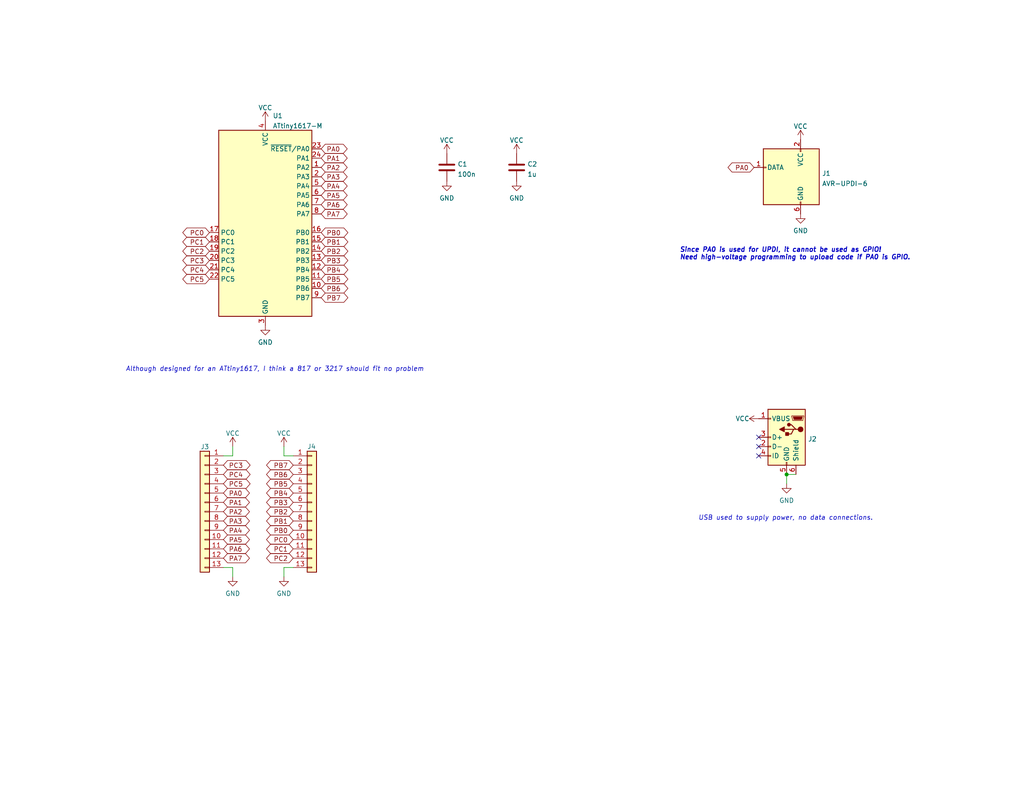
<source format=kicad_sch>
(kicad_sch (version 20230121) (generator eeschema)
  (paper "USLetter")
  (title_block (title "ATtiny1617 Breakout Board") (date "2022-03-16") (rev "2") (company "Savo Bajic") (comment 1 "Has USB for power supply") (comment 2 "Programmed using standard UPDI socket"))
  (lib_symbols
    (symbol "Connector:AVR-UPDI-6" (pin_names (offset 1.016))
      (property "Reference" "J" (at -6.35 8.89 0))
      (property "Value" "AVR-UPDI-6" (at 0 8.89 0))
      (symbol "AVR-UPDI-6_0_1"
        (rectangle (start -2.667 -6.858) (end -2.413 -7.62))
        (rectangle (start -2.667 7.62) (end -2.413 6.858))
        (rectangle (start 7.62 2.667) (end 6.858 2.413))
        (rectangle (start 7.62 7.62) (end -7.62 -7.62) (stroke (width 0.254)) (fill (type background)))
      )
      (symbol "AVR-UPDI-6_1_1"
        (pin passive line (at 10.16 2.54 180) (length 2.54) (name "DATA") (number "1"))
        (pin passive line (at -2.54 10.16 270) (length 2.54) (name "VCC") (number "2"))
        (pin no_connect line (at 7.62 0 180) (length 2.54) hide (name "NC") (number "3"))
        (pin no_connect line (at 7.62 -2.54 180) (length 2.54) hide (name "NC") (number "4"))
        (pin no_connect line (at 7.62 -5.08 180) (length 2.54) hide (name "NC") (number "5"))
        (pin passive line (at -2.54 -10.16 90) (length 2.54) (name "GND") (number "6"))
      )
    )
    (symbol "Connector_Generic:Conn_01x13" (pin_names (offset 1.016) hide)
      (property "Reference" "J" (at 0 17.78 0))
      (property "Value" "Conn_01x13" (at 0 -17.78 0))
      (symbol "Conn_01x13_1_1"
        (rectangle (start -1.27 -15.113) (end 0 -15.367) (stroke (width 0.1524)))
        (rectangle (start -1.27 -12.573) (end 0 -12.827) (stroke (width 0.1524)))
        (rectangle (start -1.27 -10.033) (end 0 -10.287) (stroke (width 0.1524)))
        (rectangle (start -1.27 -7.493) (end 0 -7.747) (stroke (width 0.1524)))
        (rectangle (start -1.27 -4.953) (end 0 -5.207) (stroke (width 0.1524)))
        (rectangle (start -1.27 -2.413) (end 0 -2.667) (stroke (width 0.1524)))
        (rectangle (start -1.27 0.127) (end 0 -0.127) (stroke (width 0.1524)))
        (rectangle (start -1.27 2.667) (end 0 2.413) (stroke (width 0.1524)))
        (rectangle (start -1.27 5.207) (end 0 4.953) (stroke (width 0.1524)))
        (rectangle (start -1.27 7.747) (end 0 7.493) (stroke (width 0.1524)))
        (rectangle (start -1.27 10.287) (end 0 10.033) (stroke (width 0.1524)))
        (rectangle (start -1.27 12.827) (end 0 12.573) (stroke (width 0.1524)))
        (rectangle (start -1.27 15.367) (end 0 15.113) (stroke (width 0.1524)))
        (rectangle (start -1.27 16.51) (end 1.27 -16.51) (stroke (width 0.254)) (fill (type background)))
        (pin passive line (at -5.08 15.24 0) (length 3.81) (name "Pin_1") (number "1"))
        (pin passive line (at -5.08 -7.62 0) (length 3.81) (name "Pin_10") (number "10"))
        (pin passive line (at -5.08 -10.16 0) (length 3.81) (name "Pin_11") (number "11"))
        (pin passive line (at -5.08 -12.7 0) (length 3.81) (name "Pin_12") (number "12"))
        (pin passive line (at -5.08 -15.24 0) (length 3.81) (name "Pin_13") (number "13"))
        (pin passive line (at -5.08 12.7 0) (length 3.81) (name "Pin_2") (number "2"))
        (pin passive line (at -5.08 10.16 0) (length 3.81) (name "Pin_3") (number "3"))
        (pin passive line (at -5.08 7.62 0) (length 3.81) (name "Pin_4") (number "4"))
        (pin passive line (at -5.08 5.08 0) (length 3.81) (name "Pin_5") (number "5"))
        (pin passive line (at -5.08 2.54 0) (length 3.81) (name "Pin_6") (number "6"))
        (pin passive line (at -5.08 0 0) (length 3.81) (name "Pin_7") (number "7"))
        (pin passive line (at -5.08 -2.54 0) (length 3.81) (name "Pin_8") (number "8"))
        (pin passive line (at -5.08 -5.08 0) (length 3.81) (name "Pin_9") (number "9"))
      )
    )
    (symbol "Device:C" (pin_numbers hide) (pin_names (offset 0.254))
      (property "Reference" "C" (at 0.635 2.54 0))
      (property "Value" "C" (at 0.635 -2.54 0))
      (symbol "C_0_1"
        (polyline (pts (xy -2.032 -0.762) (xy 2.032 -0.762)) (stroke (width 0.508)))
        (polyline (pts (xy -2.032 0.762) (xy 2.032 0.762)) (stroke (width 0.508)))
      )
      (symbol "C_1_1"
        (pin passive line (at 0 3.81 270) (length 2.794) (name "~") (number "1"))
        (pin passive line (at 0 -3.81 90) (length 2.794) (name "~") (number "2"))
      )
    )
    (symbol "MCU_Microchip_ATtiny:ATtiny1617-M"
      (property "Reference" "U" (at -12.7 26.67 0))
      (property "Value" "ATtiny1617-M" (at 2.54 -26.67 0))
      (symbol "ATtiny1617-M_0_1"
        (rectangle (start -12.7 -25.4) (end 12.7 25.4) (stroke (width 0.254)) (fill (type background)))
      )
      (symbol "ATtiny1617-M_1_1"
        (pin bidirectional line (at 15.24 15.24 180) (length 2.54) (name "PA2") (number "1"))
        (pin bidirectional line (at 15.24 -17.78 180) (length 2.54) (name "PB6") (number "10"))
        (pin bidirectional line (at 15.24 -15.24 180) (length 2.54) (name "PB5") (number "11"))
        (pin bidirectional line (at 15.24 -12.7 180) (length 2.54) (name "PB4") (number "12"))
        (pin bidirectional line (at 15.24 -10.16 180) (length 2.54) (name "PB3") (number "13"))
        (pin bidirectional line (at 15.24 -7.62 180) (length 2.54) (name "PB2") (number "14"))
        (pin bidirectional line (at 15.24 -5.08 180) (length 2.54) (name "PB1") (number "15"))
        (pin bidirectional line (at 15.24 -2.54 180) (length 2.54) (name "PB0") (number "16"))
        (pin bidirectional line (at -15.24 -2.54 0) (length 2.54) (name "PC0") (number "17"))
        (pin bidirectional line (at -15.24 -5.08 0) (length 2.54) (name "PC1") (number "18"))
        (pin bidirectional line (at -15.24 -7.62 0) (length 2.54) (name "PC2") (number "19"))
        (pin bidirectional line (at 15.24 12.7 180) (length 2.54) (name "PA3") (number "2"))
        (pin bidirectional line (at -15.24 -10.16 0) (length 2.54) (name "PC3") (number "20"))
        (pin bidirectional line (at -15.24 -12.7 0) (length 2.54) (name "PC4") (number "21"))
        (pin bidirectional line (at -15.24 -15.24 0) (length 2.54) (name "PC5") (number "22"))
        (pin bidirectional line (at 15.24 20.32 180) (length 2.54) (name "~{RESET}/PA0") (number "23"))
        (pin bidirectional line (at 15.24 17.78 180) (length 2.54) (name "PA1") (number "24"))
        (pin passive line (at 0 -27.94 90) (length 2.54) hide (name "GND") (number "25"))
        (pin power_in line (at 0 -27.94 90) (length 2.54) (name "GND") (number "3"))
        (pin power_in line (at 0 27.94 270) (length 2.54) (name "VCC") (number "4"))
        (pin bidirectional line (at 15.24 10.16 180) (length 2.54) (name "PA4") (number "5"))
        (pin bidirectional line (at 15.24 7.62 180) (length 2.54) (name "PA5") (number "6"))
        (pin bidirectional line (at 15.24 5.08 180) (length 2.54) (name "PA6") (number "7"))
        (pin bidirectional line (at 15.24 2.54 180) (length 2.54) (name "PA7") (number "8"))
        (pin bidirectional line (at 15.24 -20.32 180) (length 2.54) (name "PB7") (number "9"))
      )
    )
    (symbol "power:GND" (power) (pin_names (offset 0))
      (property "Value" "GND" (at 0 -3.81 0))
      (symbol "GND_0_1"
        (polyline (pts (xy 0 0) (xy 0 -1.27) (xy 1.27 -1.27) (xy 0 -2.54) (xy -1.27 -1.27) (xy 0 -1.27)))
      )
      (symbol "GND_1_1"
        (pin power_in line (at 0 0 270) (length 0) hide (name "GND") (number "1"))
      )
    )
    (symbol "power:VCC" (power) (pin_names (offset 0))
      (property "Value" "VCC" (at 0 3.81 0))
      (symbol "VCC_0_1"
        (polyline (pts (xy -0.762 1.27) (xy 0 2.54)))
        (polyline (pts (xy 0 0) (xy 0 2.54)))
        (polyline (pts (xy 0 2.54) (xy 0.762 1.27)))
      )
      (symbol "VCC_1_1"
        (pin power_in line (at 0 0 90) (length 0) hide (name "VCC") (number "1"))
      )
    )
    (symbol "titan_redux-rescue:USB_B_Mini-Connector" (pin_names (offset 1.016))
      (property "Reference" "J" (at -5.08 11.43 0))
      (property "Value" "USB_B_Mini-Connector" (at -5.08 8.89 0))
      (symbol "USB_B_Mini-Connector_0_1"
        (rectangle (start -5.08 -7.62) (end 5.08 7.62) (stroke (width 0.254)) (fill (type background)))
        (circle (center -3.81 2.159) (radius 0.635) (stroke (width 0.254)) (fill (type outline)))
        (circle (center -0.635 3.429) (radius 0.381) (stroke (width 0.254)) (fill (type outline)))
        (rectangle (start -0.127 -7.62) (end 0.127 -6.858))
        (polyline (pts (xy -1.905 2.159) (xy 0.635 2.159)) (stroke (width 0.254)))
        (polyline (pts (xy -3.175 2.159) (xy -2.54 2.159) (xy -1.27 3.429) (xy -0.635 3.429)) (stroke (width 0.254)))
        (polyline (pts (xy -2.54 2.159) (xy -1.905 2.159) (xy -1.27 0.889) (xy 0 0.889)) (stroke (width 0.254)))
        (polyline (pts (xy 0.635 2.794) (xy 0.635 1.524) (xy 1.905 2.159) (xy 0.635 2.794)) (stroke (width 0.254)) (fill (type outline)))
        (polyline (pts (xy -4.318 5.588) (xy -1.778 5.588) (xy -2.032 4.826) (xy -4.064 4.826) (xy -4.318 5.588)) (fill (type outline)))
        (polyline (pts (xy -4.699 5.842) (xy -4.699 5.588) (xy -4.445 4.826) (xy -4.445 4.572) (xy -1.651 4.572) (xy -1.651 4.826) (xy -1.397 5.588) (xy -1.397 5.842) (xy -4.699 5.842)))
        (rectangle (start 0.254 1.27) (end -0.508 0.508) (stroke (width 0.254)) (fill (type outline)))
        (rectangle (start 5.08 -5.207) (end 4.318 -4.953))
        (rectangle (start 5.08 -2.667) (end 4.318 -2.413))
        (rectangle (start 5.08 -0.127) (end 4.318 0.127))
        (rectangle (start 5.08 4.953) (end 4.318 5.207))
      )
      (symbol "USB_B_Mini-Connector_1_1"
        (pin power_out line (at 7.62 5.08 180) (length 2.54) (name "VBUS") (number "1"))
        (pin passive line (at 7.62 -2.54 180) (length 2.54) (name "D-") (number "2"))
        (pin passive line (at 7.62 0 180) (length 2.54) (name "D+") (number "3"))
        (pin passive line (at 7.62 -5.08 180) (length 2.54) (name "ID") (number "4"))
        (pin power_out line (at 0 -10.16 90) (length 2.54) (name "GND") (number "5"))
        (pin passive line (at -2.54 -10.16 90) (length 2.54) (name "Shield") (number "6"))
      )
    )
  )
  (junction (at 214.63 129.54))
  (no_connect (at 207.01 121.92))
  (no_connect (at 207.01 124.46))
  (no_connect (at 207.01 119.38))
  (wire (pts (xy 214.63 129.54) (xy 214.63 132.08)))
  (wire (pts (xy 77.47 121.92) (xy 77.47 124.46)))
  (wire (pts (xy 63.5 121.92) (xy 63.5 124.46)))
  (wire (pts (xy 217.17 129.54) (xy 214.63 129.54)))
  (wire (pts (xy 63.5 154.94) (xy 63.5 157.48)))
  (wire (pts (xy 77.47 124.46) (xy 80.01 124.46)))
  (wire (pts (xy 77.47 154.94) (xy 80.01 154.94)))
  (wire (pts (xy 77.47 157.48) (xy 77.47 154.94)))
  (wire (pts (xy 63.5 124.46) (xy 60.96 124.46)))
  (wire (pts (xy 60.96 154.94) (xy 63.5 154.94)))
  (text "Since PA0 is used for UPDI, it cannot be used as GPIO!\nNeed high-voltage programming to upload code if PA0 is GPIO." (at 185.42 71.12 0) (effects (font (size 1.27 1.27) (thickness 0.254) bold italic) (justify left bottom)))
  (text "USB used to supply power, no data connections." (at 190.5 142.24 0) (effects (font (size 1.27 1.27) italic) (justify left bottom)))
  (text "Although designed for an ATtiny1617, I think a 817 or 3217 should fit no problem" (at 34.29 101.6 0) (effects (font (size 1.27 1.27) italic) (justify left bottom)))
  (global_label "PA1" (shape bidirectional) (at 87.63 43.18 0) (property "Intersheetrefs" "${INTERSHEET_REFS}" (effects hide)))
  (global_label "PB1" (shape bidirectional) (at 87.63 66.04 0) (property "Intersheetrefs" "${INTERSHEET_REFS}" (effects hide)))
  (global_label "PA7" (shape bidirectional) (at 87.63 58.42 0) (property "Intersheetrefs" "${INTERSHEET_REFS}" (effects hide)))
  (global_label "PC5" (shape bidirectional) (at 57.15 76.2 180) (property "Intersheetrefs" "${INTERSHEET_REFS}" (effects hide)))
  (global_label "PC2" (shape bidirectional) (at 80.01 152.4 180) (property "Intersheetrefs" "${INTERSHEET_REFS}" (effects hide)))
  (global_label "PA4" (shape bidirectional) (at 60.96 144.78 0) (property "Intersheetrefs" "${INTERSHEET_REFS}" (effects hide)))
  (global_label "PB3" (shape bidirectional) (at 87.63 71.12 0) (property "Intersheetrefs" "${INTERSHEET_REFS}" (effects hide)))
  (global_label "PC2" (shape bidirectional) (at 57.15 68.58 180) (property "Intersheetrefs" "${INTERSHEET_REFS}" (effects hide)))
  (global_label "PA0" (shape bidirectional) (at 60.96 134.62 0) (property "Intersheetrefs" "${INTERSHEET_REFS}" (effects hide)))
  (global_label "PC1" (shape bidirectional) (at 57.15 66.04 180) (property "Intersheetrefs" "${INTERSHEET_REFS}" (effects hide)))
  (global_label "PB7" (shape bidirectional) (at 80.01 127 180) (property "Intersheetrefs" "${INTERSHEET_REFS}" (effects hide)))
  (global_label "PB5" (shape bidirectional) (at 80.01 132.08 180) (property "Intersheetrefs" "${INTERSHEET_REFS}" (effects hide)))
  (global_label "PC3" (shape bidirectional) (at 60.96 127 0) (property "Intersheetrefs" "${INTERSHEET_REFS}" (effects hide)))
  (global_label "PB1" (shape bidirectional) (at 80.01 142.24 180) (property "Intersheetrefs" "${INTERSHEET_REFS}" (effects hide)))
  (global_label "PA7" (shape bidirectional) (at 60.96 152.4 0) (property "Intersheetrefs" "${INTERSHEET_REFS}" (effects hide)))
  (global_label "PA5" (shape bidirectional) (at 60.96 147.32 0) (property "Intersheetrefs" "${INTERSHEET_REFS}" (effects hide)))
  (global_label "PC5" (shape bidirectional) (at 60.96 132.08 0) (property "Intersheetrefs" "${INTERSHEET_REFS}" (effects hide)))
  (global_label "PC4" (shape bidirectional) (at 60.96 129.54 0) (property "Intersheetrefs" "${INTERSHEET_REFS}" (effects hide)))
  (global_label "PA6" (shape bidirectional) (at 87.63 55.88 0) (property "Intersheetrefs" "${INTERSHEET_REFS}" (effects hide)))
  (global_label "PB6" (shape bidirectional) (at 87.63 78.74 0) (property "Intersheetrefs" "${INTERSHEET_REFS}" (effects hide)))
  (global_label "PB7" (shape bidirectional) (at 87.63 81.28 0) (property "Intersheetrefs" "${INTERSHEET_REFS}" (effects hide)))
  (global_label "PC1" (shape bidirectional) (at 80.01 149.86 180) (property "Intersheetrefs" "${INTERSHEET_REFS}" (effects hide)))
  (global_label "PB2" (shape bidirectional) (at 87.63 68.58 0) (property "Intersheetrefs" "${INTERSHEET_REFS}" (effects hide)))
  (global_label "PC0" (shape bidirectional) (at 57.15 63.5 180) (property "Intersheetrefs" "${INTERSHEET_REFS}" (effects hide)))
  (global_label "PA0" (shape bidirectional) (at 205.74 45.72 180) (property "Intersheetrefs" "${INTERSHEET_REFS}" (effects hide)))
  (global_label "PA6" (shape bidirectional) (at 60.96 149.86 0) (property "Intersheetrefs" "${INTERSHEET_REFS}" (effects hide)))
  (global_label "PB6" (shape bidirectional) (at 80.01 129.54 180) (property "Intersheetrefs" "${INTERSHEET_REFS}" (effects hide)))
  (global_label "PB3" (shape bidirectional) (at 80.01 137.16 180) (property "Intersheetrefs" "${INTERSHEET_REFS}" (effects hide)))
  (global_label "PA3" (shape bidirectional) (at 60.96 142.24 0) (property "Intersheetrefs" "${INTERSHEET_REFS}" (effects hide)))
  (global_label "PB4" (shape bidirectional) (at 87.63 73.66 0) (property "Intersheetrefs" "${INTERSHEET_REFS}" (effects hide)))
  (global_label "PA2" (shape bidirectional) (at 87.63 45.72 0) (property "Intersheetrefs" "${INTERSHEET_REFS}" (effects hide)))
  (global_label "PB5" (shape bidirectional) (at 87.63 76.2 0) (property "Intersheetrefs" "${INTERSHEET_REFS}" (effects hide)))
  (global_label "PC0" (shape bidirectional) (at 80.01 147.32 180) (property "Intersheetrefs" "${INTERSHEET_REFS}" (effects hide)))
  (global_label "PA0" (shape bidirectional) (at 87.63 40.64 0) (property "Intersheetrefs" "${INTERSHEET_REFS}" (effects hide)))
  (global_label "PA2" (shape bidirectional) (at 60.96 139.7 0) (property "Intersheetrefs" "${INTERSHEET_REFS}" (effects hide)))
  (global_label "PB2" (shape bidirectional) (at 80.01 139.7 180) (property "Intersheetrefs" "${INTERSHEET_REFS}" (effects hide)))
  (global_label "PA3" (shape bidirectional) (at 87.63 48.26 0) (property "Intersheetrefs" "${INTERSHEET_REFS}" (effects hide)))
  (global_label "PB0" (shape bidirectional) (at 87.63 63.5 0) (property "Intersheetrefs" "${INTERSHEET_REFS}" (effects hide)))
  (global_label "PB4" (shape bidirectional) (at 80.01 134.62 180) (property "Intersheetrefs" "${INTERSHEET_REFS}" (effects hide)))
  (global_label "PA1" (shape bidirectional) (at 60.96 137.16 0) (property "Intersheetrefs" "${INTERSHEET_REFS}" (effects hide)))
  (global_label "PC3" (shape bidirectional) (at 57.15 71.12 180) (property "Intersheetrefs" "${INTERSHEET_REFS}" (effects hide)))
  (global_label "PA5" (shape bidirectional) (at 87.63 53.34 0) (property "Intersheetrefs" "${INTERSHEET_REFS}" (effects hide)))
  (global_label "PB0" (shape bidirectional) (at 80.01 144.78 180) (property "Intersheetrefs" "${INTERSHEET_REFS}" (effects hide)))
  (global_label "PC4" (shape bidirectional) (at 57.15 73.66 180) (property "Intersheetrefs" "${INTERSHEET_REFS}" (effects hide)))
  (global_label "PA4" (shape bidirectional) (at 87.63 50.8 0) (property "Intersheetrefs" "${INTERSHEET_REFS}" (effects hide)))
  (symbol (lib_id "Device:C") (at 140.97 45.72 0) (unit 1)
    (property "Reference" "C2" (at 143.891 44.8115 0) (effects (justify left)))
    (property "Value" "1u" (at 143.891 47.5866 0) (effects (justify left)))
    (property "Footprint" "Capacitor_SMD:C_0603_1608Metric" (effects hide))
  )
  (symbol (lib_id "power:VCC") (at 207.01 114.3 90) (unit 1)
    (property "Reference" "#PWR09" (effects hide))
    (property "Value" "VCC" (at 200.66 114.3 90) (effects (justify right)))
  )
  (symbol (lib_id "MCU_Microchip_ATtiny:ATtiny1617-M") (at 72.39 60.96 0) (unit 1)
    (property "Reference" "U1" (at 74.4094 31.5935 0) (effects (justify left)))
    (property "Value" "ATtiny1617-M" (at 74.4094 34.3686 0) (effects (justify left)))
    (property "Footprint" "Package_DFN_QFN:QFN-24-1EP_4x4mm_P0.5mm_EP2.6x2.6mm" (effects hide))
    (property "Datasheet" "http://ww1.microchip.com/downloads/en/DeviceDoc/ATtiny3217_1617-Data-Sheet-40001999B.pdf" (effects hide))
  )
  (symbol (lib_id "Device:C") (at 121.92 45.72 0) (unit 1)
    (property "Reference" "C1" (at 124.841 44.8115 0) (effects (justify left)))
    (property "Value" "100n" (at 124.841 47.5866 0) (effects (justify left)))
    (property "Footprint" "Capacitor_SMD:C_0603_1608Metric" (effects hide))
  )
  (symbol (lib_id "power:GND") (at 63.5 157.48 0) (unit 1)
    (property "Reference" "#PWR013" (effects hide))
    (property "Value" "GND" (at 63.5 162.0425 0))
  )
  (symbol (lib_id "power:GND") (at 72.39 88.9 0) (unit 1)
    (property "Reference" "#PWR08" (effects hide))
    (property "Value" "GND" (at 72.39 93.4625 0))
  )
  (symbol (lib_id "power:GND") (at 214.63 132.08 0) (unit 1)
    (property "Reference" "#PWR012" (effects hide))
    (property "Value" "GND" (at 214.63 136.6425 0))
  )
  (symbol (lib_id "power:VCC") (at 72.39 33.02 0) (unit 1)
    (property "Reference" "#PWR01" (effects hide))
    (property "Value" "VCC" (at 72.39 29.4155 0))
  )
  (symbol (lib_id "Connector_Generic:Conn_01x13") (at 55.88 139.7 0) (mirror y) (unit 1)
    (property "Reference" "J3" (at 55.88 121.9985 0))
    (property "Value" "GPIO1" (effects hide))
    (property "Footprint" "Connector_PinHeader_2.54mm:PinHeader_1x13_P2.54mm_Vertical" (effects hide))
  )
  (symbol (lib_id "titan_redux-rescue:USB_B_Mini-Connector") (at 214.63 119.38 0) (mirror y) (unit 1)
    (property "Reference" "J2" (at 220.472 119.859 0) (effects (justify right)))
    (property "Value" "PWR" (effects hide))
    (property "Footprint" "2172034-1:TE_2172034-1" (effects hide))
  )
  (symbol (lib_id "power:VCC") (at 121.92 41.91 0) (unit 1)
    (property "Reference" "#PWR03" (effects hide))
    (property "Value" "VCC" (at 121.92 38.3055 0))
  )
  (symbol (lib_id "power:GND") (at 218.44 58.42 0) (unit 1)
    (property "Reference" "#PWR07" (effects hide))
    (property "Value" "GND" (at 218.44 62.9825 0))
  )
  (symbol (lib_id "power:VCC") (at 140.97 41.91 0) (unit 1)
    (property "Reference" "#PWR04" (effects hide))
    (property "Value" "VCC" (at 140.97 38.3055 0))
  )
  (symbol (lib_id "power:VCC") (at 63.5 121.92 0) (unit 1)
    (property "Reference" "#PWR010" (effects hide))
    (property "Value" "VCC" (at 63.5 118.3155 0))
  )
  (symbol (lib_id "Connector:AVR-UPDI-6") (at 215.9 48.26 0) (mirror y) (unit 1)
    (property "Reference" "J1" (at 224.282 47.3515 0) (effects (justify right)))
    (property "Value" "AVR-UPDI-6" (at 224.282 50.1266 0) (effects (justify right)))
    (property "Footprint" "Connector_IDC:IDC-Header_2x03_P2.54mm_Vertical" (effects hide))
    (property "Datasheet" "https://www.microchip.com/webdoc/GUID-9D10622A-5C16-4405-B092-1BDD437B4976/index.html?GUID-9B349315-2842-4189-B88C-49F4E1055D7F" (effects hide))
  )
  (symbol (lib_id "power:GND") (at 77.47 157.48 0) (unit 1)
    (property "Reference" "#PWR014" (effects hide))
    (property "Value" "GND" (at 77.47 162.0425 0))
  )
  (symbol (lib_id "power:GND") (at 121.92 49.53 0) (unit 1)
    (property "Reference" "#PWR05" (effects hide))
    (property "Value" "GND" (at 121.92 54.0925 0))
  )
  (symbol (lib_id "power:GND") (at 140.97 49.53 0) (unit 1)
    (property "Reference" "#PWR06" (effects hide))
    (property "Value" "GND" (at 140.97 54.0925 0))
  )
  (symbol (lib_id "Connector_Generic:Conn_01x13") (at 85.09 139.7 0) (unit 1)
    (property "Reference" "J4" (at 83.82 121.92 0) (effects (justify left)))
    (property "Value" "GPIO2" (effects hide))
    (property "Footprint" "Connector_PinHeader_2.54mm:PinHeader_1x13_P2.54mm_Vertical" (effects hide))
  )
  (symbol (lib_id "power:VCC") (at 77.47 121.92 0) (unit 1)
    (property "Reference" "#PWR011" (effects hide))
    (property "Value" "VCC" (at 77.47 118.3155 0))
  )
  (symbol (lib_id "power:VCC") (at 218.44 38.1 0) (unit 1)
    (property "Reference" "#PWR02" (effects hide))
    (property "Value" "VCC" (at 218.44 34.4955 0))
  )
)
</source>
